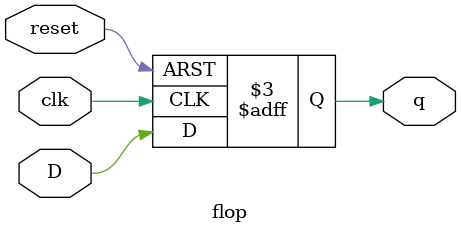
<source format=sv>
module circuit(
    input clk, x, reset,
    output reg q,
    output reg y
);
    wire state;
    wire d;

    xor gate(d, x, state);

    flop ff(
        .D(d),
        .clk(clk),
        .reset(reset),
        .q(state)
    );

    always @(posedge clk)
    begin
        q <= state;
        y <= q ^ x;
    end
endmodule

module flop(
    input D, clk, reset,
    output reg q
);
    initial q <= 0;
    always @(posedge clk or posedge reset)
    begin
        if (reset)
        begin
            q <= 0;
        end
        else
        begin
            q <= D;
        end
    end
endmodule

</source>
